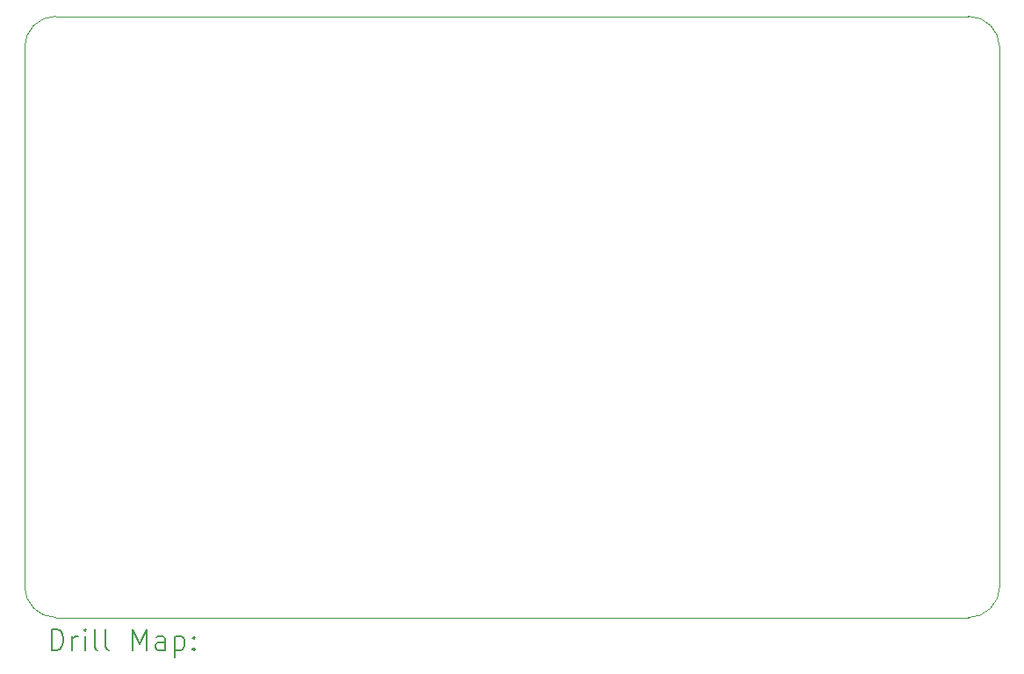
<source format=gbr>
%TF.GenerationSoftware,KiCad,Pcbnew,9.0.3*%
%TF.CreationDate,2025-11-18T14:16:47+09:00*%
%TF.ProjectId,SpeedJeck,53706565-644a-4656-936b-2e6b69636164,1*%
%TF.SameCoordinates,Original*%
%TF.FileFunction,Drillmap*%
%TF.FilePolarity,Positive*%
%FSLAX45Y45*%
G04 Gerber Fmt 4.5, Leading zero omitted, Abs format (unit mm)*
G04 Created by KiCad (PCBNEW 9.0.3) date 2025-11-18 14:16:47*
%MOMM*%
%LPD*%
G01*
G04 APERTURE LIST*
%ADD10C,0.050000*%
%ADD11C,0.200000*%
G04 APERTURE END LIST*
D10*
X19900000Y-9500000D02*
G75*
G02*
X19600000Y-9800000I-300000J0D01*
G01*
X10500000Y-4300000D02*
X10500000Y-9500000D01*
X10800000Y-9800000D02*
G75*
G02*
X10500000Y-9500000I0J300000D01*
G01*
X19600000Y-4000000D02*
G75*
G02*
X19900000Y-4300000I0J-300000D01*
G01*
X19900000Y-4300000D02*
X19900000Y-9500000D01*
X10500000Y-4300000D02*
G75*
G02*
X10800000Y-4000000I300000J0D01*
G01*
X19600000Y-9800000D02*
X10800000Y-9800000D01*
X10800000Y-4000000D02*
X19600000Y-4000000D01*
D11*
X10758277Y-10113984D02*
X10758277Y-9913984D01*
X10758277Y-9913984D02*
X10805896Y-9913984D01*
X10805896Y-9913984D02*
X10834467Y-9923508D01*
X10834467Y-9923508D02*
X10853515Y-9942555D01*
X10853515Y-9942555D02*
X10863039Y-9961603D01*
X10863039Y-9961603D02*
X10872562Y-9999698D01*
X10872562Y-9999698D02*
X10872562Y-10028270D01*
X10872562Y-10028270D02*
X10863039Y-10066365D01*
X10863039Y-10066365D02*
X10853515Y-10085412D01*
X10853515Y-10085412D02*
X10834467Y-10104460D01*
X10834467Y-10104460D02*
X10805896Y-10113984D01*
X10805896Y-10113984D02*
X10758277Y-10113984D01*
X10958277Y-10113984D02*
X10958277Y-9980650D01*
X10958277Y-10018746D02*
X10967801Y-9999698D01*
X10967801Y-9999698D02*
X10977324Y-9990174D01*
X10977324Y-9990174D02*
X10996372Y-9980650D01*
X10996372Y-9980650D02*
X11015420Y-9980650D01*
X11082086Y-10113984D02*
X11082086Y-9980650D01*
X11082086Y-9913984D02*
X11072562Y-9923508D01*
X11072562Y-9923508D02*
X11082086Y-9933031D01*
X11082086Y-9933031D02*
X11091610Y-9923508D01*
X11091610Y-9923508D02*
X11082086Y-9913984D01*
X11082086Y-9913984D02*
X11082086Y-9933031D01*
X11205896Y-10113984D02*
X11186848Y-10104460D01*
X11186848Y-10104460D02*
X11177324Y-10085412D01*
X11177324Y-10085412D02*
X11177324Y-9913984D01*
X11310658Y-10113984D02*
X11291610Y-10104460D01*
X11291610Y-10104460D02*
X11282086Y-10085412D01*
X11282086Y-10085412D02*
X11282086Y-9913984D01*
X11539229Y-10113984D02*
X11539229Y-9913984D01*
X11539229Y-9913984D02*
X11605896Y-10056841D01*
X11605896Y-10056841D02*
X11672562Y-9913984D01*
X11672562Y-9913984D02*
X11672562Y-10113984D01*
X11853515Y-10113984D02*
X11853515Y-10009222D01*
X11853515Y-10009222D02*
X11843991Y-9990174D01*
X11843991Y-9990174D02*
X11824943Y-9980650D01*
X11824943Y-9980650D02*
X11786848Y-9980650D01*
X11786848Y-9980650D02*
X11767800Y-9990174D01*
X11853515Y-10104460D02*
X11834467Y-10113984D01*
X11834467Y-10113984D02*
X11786848Y-10113984D01*
X11786848Y-10113984D02*
X11767800Y-10104460D01*
X11767800Y-10104460D02*
X11758277Y-10085412D01*
X11758277Y-10085412D02*
X11758277Y-10066365D01*
X11758277Y-10066365D02*
X11767800Y-10047317D01*
X11767800Y-10047317D02*
X11786848Y-10037793D01*
X11786848Y-10037793D02*
X11834467Y-10037793D01*
X11834467Y-10037793D02*
X11853515Y-10028270D01*
X11948753Y-9980650D02*
X11948753Y-10180650D01*
X11948753Y-9990174D02*
X11967800Y-9980650D01*
X11967800Y-9980650D02*
X12005896Y-9980650D01*
X12005896Y-9980650D02*
X12024943Y-9990174D01*
X12024943Y-9990174D02*
X12034467Y-9999698D01*
X12034467Y-9999698D02*
X12043991Y-10018746D01*
X12043991Y-10018746D02*
X12043991Y-10075889D01*
X12043991Y-10075889D02*
X12034467Y-10094936D01*
X12034467Y-10094936D02*
X12024943Y-10104460D01*
X12024943Y-10104460D02*
X12005896Y-10113984D01*
X12005896Y-10113984D02*
X11967800Y-10113984D01*
X11967800Y-10113984D02*
X11948753Y-10104460D01*
X12129705Y-10094936D02*
X12139229Y-10104460D01*
X12139229Y-10104460D02*
X12129705Y-10113984D01*
X12129705Y-10113984D02*
X12120181Y-10104460D01*
X12120181Y-10104460D02*
X12129705Y-10094936D01*
X12129705Y-10094936D02*
X12129705Y-10113984D01*
X12129705Y-9990174D02*
X12139229Y-9999698D01*
X12139229Y-9999698D02*
X12129705Y-10009222D01*
X12129705Y-10009222D02*
X12120181Y-9999698D01*
X12120181Y-9999698D02*
X12129705Y-9990174D01*
X12129705Y-9990174D02*
X12129705Y-10009222D01*
M02*

</source>
